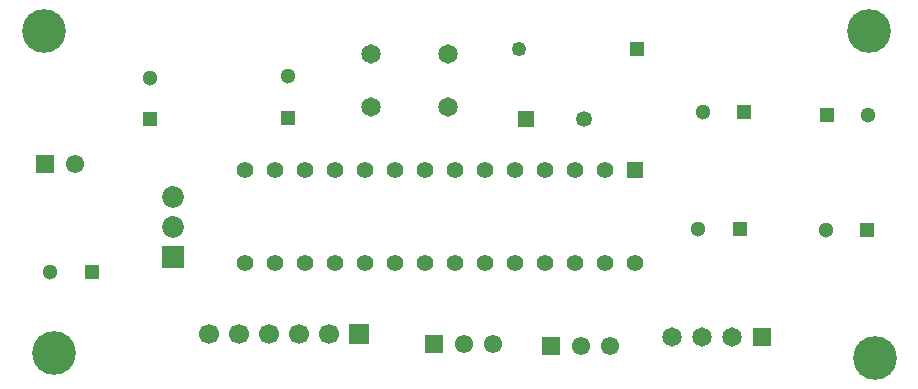
<source format=gts>
G04*
G04 #@! TF.GenerationSoftware,Altium Limited,Altium Designer,23.4.1 (23)*
G04*
G04 Layer_Color=8388736*
%FSLAX44Y44*%
%MOMM*%
G71*
G04*
G04 #@! TF.SameCoordinates,25470DFE-9127-4010-A817-713BFABC8644*
G04*
G04*
G04 #@! TF.FilePolarity,Negative*
G04*
G01*
G75*
%ADD15R,1.7000X1.7000*%
%ADD16C,1.7000*%
%ADD17C,3.7060*%
%ADD18C,1.6500*%
%ADD19R,1.6500X1.6500*%
%ADD20R,1.4000X1.4000*%
%ADD21C,1.4000*%
%ADD22C,1.3000*%
%ADD23R,1.3000X1.3000*%
%ADD24C,1.8500*%
%ADD25R,1.8500X1.8500*%
%ADD26R,1.3000X1.3000*%
%ADD27C,1.2500*%
%ADD28R,1.2500X1.2500*%
%ADD29C,1.5500*%
%ADD30R,1.5500X1.5500*%
%ADD31R,1.3500X1.3500*%
%ADD32C,1.3500*%
%ADD33C,1.5500*%
%ADD34R,1.5500X1.5500*%
D15*
X556260Y610870D02*
D03*
D16*
X530860D02*
D03*
X429260D02*
D03*
X454660D02*
D03*
X480060D02*
D03*
X505460D02*
D03*
D17*
X298450Y594360D02*
D03*
X289560Y867410D02*
D03*
X993140Y590550D02*
D03*
X988060Y867410D02*
D03*
D18*
X821690Y608330D02*
D03*
X847090D02*
D03*
X872490D02*
D03*
X566940Y848000D02*
D03*
Y803000D02*
D03*
X631940Y848000D02*
D03*
Y803000D02*
D03*
D19*
X897890Y608330D02*
D03*
D20*
X789940Y749300D02*
D03*
D21*
X764540D02*
D03*
X739140D02*
D03*
X713740D02*
D03*
X688340D02*
D03*
X662940D02*
D03*
X637540D02*
D03*
X612140D02*
D03*
X586740D02*
D03*
X561340D02*
D03*
X535940D02*
D03*
X510540D02*
D03*
X485140D02*
D03*
X459740D02*
D03*
Y670560D02*
D03*
X485140D02*
D03*
X510540D02*
D03*
X535940D02*
D03*
X561340D02*
D03*
X586740D02*
D03*
X612140D02*
D03*
X637540D02*
D03*
X662940D02*
D03*
X688340D02*
D03*
X713740D02*
D03*
X739140D02*
D03*
X764540D02*
D03*
X789940D02*
D03*
D22*
X987500Y796290D02*
D03*
X496570Y829030D02*
D03*
X379730Y827760D02*
D03*
X295200Y662940D02*
D03*
X951510Y698500D02*
D03*
X843840Y699770D02*
D03*
X847370Y798830D02*
D03*
D23*
X952500Y796290D02*
D03*
X330200Y662940D02*
D03*
X986510Y698500D02*
D03*
X878840Y699770D02*
D03*
X882370Y798830D02*
D03*
D24*
X398780Y726440D02*
D03*
Y701040D02*
D03*
D25*
Y675640D02*
D03*
D26*
X496570Y794030D02*
D03*
X379730Y792760D02*
D03*
D27*
X691680Y852170D02*
D03*
D28*
X791680D02*
D03*
D29*
X769220Y600710D02*
D03*
X744220D02*
D03*
X670160Y601980D02*
D03*
X645160D02*
D03*
D30*
X719220Y600710D02*
D03*
X620160Y601980D02*
D03*
D31*
X698230Y792480D02*
D03*
D32*
X747030D02*
D03*
D33*
X316230Y754380D02*
D03*
D34*
X290830D02*
D03*
M02*

</source>
